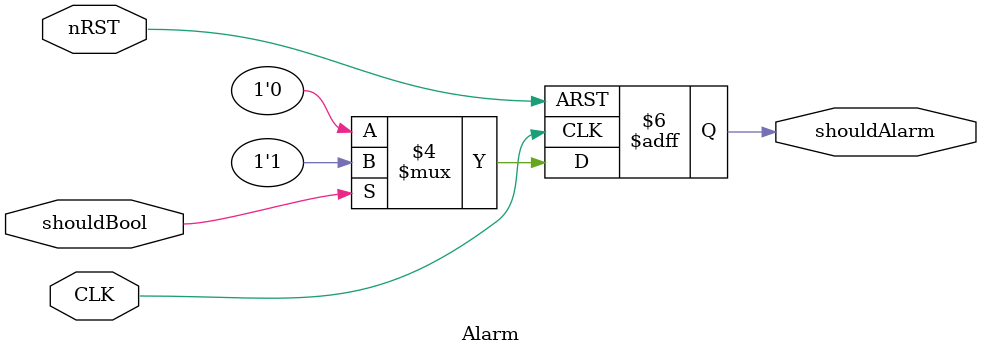
<source format=v>
module Alarm(
    input CLK,
	input nRST,
    input shouldBool,
    output reg shouldAlarm
);
always @(posedge CLK or negedge nRST) begin
    if (!nRST) begin
        shouldAlarm <= 1'b0;
    end else begin
        if (shouldBool) begin
            shouldAlarm <= 1'b1;
        end else begin
            shouldAlarm <= 1'b0;
        end
    end
end
endmodule
</source>
